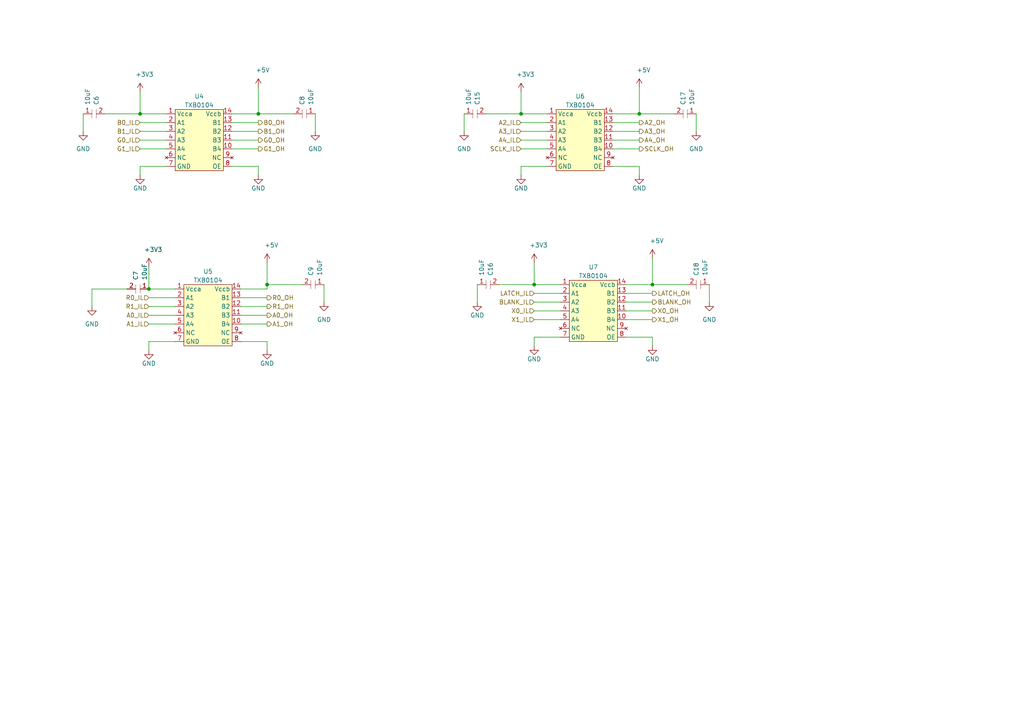
<source format=kicad_sch>
(kicad_sch (version 20210126) (generator eeschema)
  (paper "A4")
  (lib_symbols
    (symbol "Halfgelijders:TXB0104"
      (property "Reference" "U" (at 6.35 -11.43 90))
      (property "Value" "TXB0104" (at 8.89 -10.16 90))
      (symbol "TXB0104_0_1"
        (rectangle (start 0 1.27) (end 13.97 -16.51) (stroke (width 0.1524)) (fill (type background)))
      )
      (symbol "TXB0104_1_1"
        (pin power_in line (at -2.54 0 0) (length 2.54) (name "Vcca") (number "1"))
        (pin bidirectional line (at 16.51 -10.16 180) (length 2.54) (name "B4") (number "10"))
        (pin bidirectional line (at 16.51 -7.62 180) (length 2.54) (name "B3") (number "11"))
        (pin bidirectional line (at 16.51 -5.08 180) (length 2.54) (name "B2") (number "12"))
        (pin bidirectional line (at 16.51 -2.54 180) (length 2.54) (name "B1") (number "13"))
        (pin power_in line (at 16.51 0 180) (length 2.54) (name "Vccb") (number "14"))
        (pin bidirectional line (at -2.54 -2.54 0) (length 2.54) (name "A1") (number "2"))
        (pin bidirectional line (at -2.54 -5.08 0) (length 2.54) (name "A2") (number "3"))
        (pin bidirectional line (at -2.54 -7.62 0) (length 2.54) (name "A3") (number "4"))
        (pin bidirectional line (at -2.54 -10.16 0) (length 2.54) (name "A4") (number "5"))
        (pin no_connect line (at -2.54 -12.7 0) (length 2.54) (name "NC") (number "6"))
        (pin power_out line (at -2.54 -15.24 0) (length 2.54) (name "GND") (number "7"))
        (pin input line (at 16.51 -15.24 180) (length 2.54) (name "OE") (number "8"))
        (pin no_connect line (at 16.51 -12.7 180) (length 2.54) (name "NC") (number "9"))
      )
    )
    (symbol "power:+3.3V" (power) (pin_names (offset 0))
      (property "Value" "+3.3V" (at 0 3.556 0))
      (symbol "+3.3V_0_1"
        (polyline (pts (xy -0.762 1.27) (xy 0 2.54)))
        (polyline (pts (xy 0 0) (xy 0 2.54)))
        (polyline (pts (xy 0 2.54) (xy 0.762 1.27)))
      )
      (symbol "+3.3V_1_1"
        (pin power_in line (at 0 0 90) (length 0) hide (name "+3V3") (number "1"))
      )
    )
    (symbol "power:+5V" (power) (pin_names (offset 0))
      (property "Value" "+5V" (at 0 3.556 0))
      (symbol "+5V_0_1"
        (polyline (pts (xy -0.762 1.27) (xy 0 2.54)))
        (polyline (pts (xy 0 0) (xy 0 2.54)))
        (polyline (pts (xy 0 2.54) (xy 0.762 1.27)))
      )
      (symbol "+5V_1_1"
        (pin power_in line (at 0 0 90) (length 0) hide (name "+5V") (number "1"))
      )
    )
    (symbol "power:GND" (power) (pin_names (offset 0))
      (property "Value" "GND" (at 0 -3.81 0))
      (symbol "GND_0_1"
        (polyline (pts (xy 0 0) (xy 0 -1.27) (xy 1.27 -1.27) (xy 0 -2.54) (xy -1.27 -1.27) (xy 0 -1.27)))
      )
      (symbol "GND_1_1"
        (pin power_in line (at 0 0 270) (length 0) hide (name "GND") (number "1"))
      )
    )
    (symbol "vanalles:capacitor"
      (property "Reference" "c" (at 0 5.08 0))
      (property "Value" "capacitor" (at 0 3.81 0))
      (symbol "capacitor_0_1"
        (polyline (pts (xy 0 1.27) (xy 0 -1.27)) (stroke (width 0.0006)))
        (polyline (pts (xy 1.27 1.27) (xy 1.27 -1.27)) (stroke (width 0.0006)))
      )
      (symbol "capacitor_1_1"
        (pin input line (at -2.54 0 0) (length 2.54) (name "") (number "1"))
        (pin input line (at 3.81 0 180) (length 2.54) (name "") (number "2"))
      )
    )
  )
  (junction (at 40.64 33.02) (diameter 0.9144))
  (junction (at 43.18 83.82) (diameter 0.9144))
  (junction (at 74.93 33.02) (diameter 0.9144))
  (junction (at 77.47 82.55) (diameter 0.9144))
  (junction (at 151.13 33.02) (diameter 0.9144))
  (junction (at 154.94 82.55) (diameter 0.9144))
  (junction (at 185.42 33.02) (diameter 0.9144))
  (junction (at 189.23 82.55) (diameter 0.9144))
  (wire (pts (xy 24.13 33.02) (xy 24.13 38.1)))
  (wire (pts (xy 26.67 83.82) (xy 26.67 88.9)))
  (wire (pts (xy 30.48 33.02) (xy 40.64 33.02)))
  (wire (pts (xy 36.83 83.82) (xy 26.67 83.82)))
  (wire (pts (xy 40.64 26.67) (xy 40.64 33.02)))
  (wire (pts (xy 40.64 33.02) (xy 48.26 33.02)))
  (wire (pts (xy 40.64 35.56) (xy 48.26 35.56)))
  (wire (pts (xy 40.64 38.1) (xy 48.26 38.1)))
  (wire (pts (xy 40.64 40.64) (xy 48.26 40.64)))
  (wire (pts (xy 40.64 43.18) (xy 48.26 43.18)))
  (wire (pts (xy 40.64 48.26) (xy 40.64 50.8)))
  (wire (pts (xy 40.64 48.26) (xy 48.26 48.26)))
  (wire (pts (xy 43.18 77.47) (xy 43.18 83.82)))
  (wire (pts (xy 43.18 83.82) (xy 50.8 83.82)))
  (wire (pts (xy 43.18 86.36) (xy 50.8 86.36)))
  (wire (pts (xy 43.18 88.9) (xy 50.8 88.9)))
  (wire (pts (xy 43.18 91.44) (xy 50.8 91.44)))
  (wire (pts (xy 43.18 93.98) (xy 50.8 93.98)))
  (wire (pts (xy 43.18 99.06) (xy 43.18 101.6)))
  (wire (pts (xy 43.18 99.06) (xy 50.8 99.06)))
  (wire (pts (xy 67.31 33.02) (xy 74.93 33.02)))
  (wire (pts (xy 67.31 35.56) (xy 74.93 35.56)))
  (wire (pts (xy 67.31 38.1) (xy 74.93 38.1)))
  (wire (pts (xy 67.31 40.64) (xy 74.93 40.64)))
  (wire (pts (xy 67.31 43.18) (xy 74.93 43.18)))
  (wire (pts (xy 67.31 48.26) (xy 74.93 48.26)))
  (wire (pts (xy 69.85 83.82) (xy 77.47 83.82)))
  (wire (pts (xy 69.85 86.36) (xy 77.47 86.36)))
  (wire (pts (xy 69.85 88.9) (xy 77.47 88.9)))
  (wire (pts (xy 69.85 91.44) (xy 77.47 91.44)))
  (wire (pts (xy 69.85 93.98) (xy 77.47 93.98)))
  (wire (pts (xy 69.85 99.06) (xy 77.47 99.06)))
  (wire (pts (xy 74.93 25.4) (xy 74.93 33.02)))
  (wire (pts (xy 74.93 48.26) (xy 74.93 50.8)))
  (wire (pts (xy 77.47 76.2) (xy 77.47 82.55)))
  (wire (pts (xy 77.47 82.55) (xy 77.47 83.82)))
  (wire (pts (xy 77.47 99.06) (xy 77.47 101.6)))
  (wire (pts (xy 85.09 33.02) (xy 74.93 33.02)))
  (wire (pts (xy 87.63 82.55) (xy 77.47 82.55)))
  (wire (pts (xy 91.44 33.02) (xy 91.44 38.1)))
  (wire (pts (xy 93.98 82.55) (xy 93.98 87.63)))
  (wire (pts (xy 134.62 33.02) (xy 134.62 38.1)))
  (wire (pts (xy 138.43 82.55) (xy 138.43 87.63)))
  (wire (pts (xy 140.97 33.02) (xy 151.13 33.02)))
  (wire (pts (xy 144.78 82.55) (xy 154.94 82.55)))
  (wire (pts (xy 151.13 26.67) (xy 151.13 33.02)))
  (wire (pts (xy 151.13 33.02) (xy 158.75 33.02)))
  (wire (pts (xy 151.13 35.56) (xy 158.75 35.56)))
  (wire (pts (xy 151.13 38.1) (xy 158.75 38.1)))
  (wire (pts (xy 151.13 40.64) (xy 158.75 40.64)))
  (wire (pts (xy 151.13 43.18) (xy 158.75 43.18)))
  (wire (pts (xy 151.13 48.26) (xy 151.13 50.8)))
  (wire (pts (xy 151.13 48.26) (xy 158.75 48.26)))
  (wire (pts (xy 154.94 76.2) (xy 154.94 82.55)))
  (wire (pts (xy 154.94 82.55) (xy 162.56 82.55)))
  (wire (pts (xy 154.94 85.09) (xy 162.56 85.09)))
  (wire (pts (xy 154.94 87.63) (xy 162.56 87.63)))
  (wire (pts (xy 154.94 90.17) (xy 162.56 90.17)))
  (wire (pts (xy 154.94 92.71) (xy 162.56 92.71)))
  (wire (pts (xy 154.94 97.79) (xy 154.94 100.33)))
  (wire (pts (xy 154.94 97.79) (xy 162.56 97.79)))
  (wire (pts (xy 177.8 33.02) (xy 185.42 33.02)))
  (wire (pts (xy 177.8 35.56) (xy 185.42 35.56)))
  (wire (pts (xy 177.8 38.1) (xy 185.42 38.1)))
  (wire (pts (xy 177.8 40.64) (xy 185.42 40.64)))
  (wire (pts (xy 177.8 43.18) (xy 185.42 43.18)))
  (wire (pts (xy 177.8 48.26) (xy 185.42 48.26)))
  (wire (pts (xy 181.61 82.55) (xy 189.23 82.55)))
  (wire (pts (xy 181.61 85.09) (xy 189.23 85.09)))
  (wire (pts (xy 181.61 87.63) (xy 189.23 87.63)))
  (wire (pts (xy 181.61 90.17) (xy 189.23 90.17)))
  (wire (pts (xy 181.61 92.71) (xy 189.23 92.71)))
  (wire (pts (xy 181.61 97.79) (xy 189.23 97.79)))
  (wire (pts (xy 185.42 25.4) (xy 185.42 33.02)))
  (wire (pts (xy 185.42 48.26) (xy 185.42 50.8)))
  (wire (pts (xy 189.23 74.93) (xy 189.23 82.55)))
  (wire (pts (xy 189.23 97.79) (xy 189.23 100.33)))
  (wire (pts (xy 195.58 33.02) (xy 185.42 33.02)))
  (wire (pts (xy 199.39 82.55) (xy 189.23 82.55)))
  (wire (pts (xy 201.93 33.02) (xy 201.93 38.1)))
  (wire (pts (xy 205.74 82.55) (xy 205.74 87.63)))
  (hierarchical_label "B0_IL" (shape input) (at 40.64 35.56 180))
  (hierarchical_label "B1_IL" (shape input) (at 40.64 38.1 180))
  (hierarchical_label "G0_IL" (shape input) (at 40.64 40.64 180))
  (hierarchical_label "G1_IL" (shape input) (at 40.64 43.18 180))
  (hierarchical_label "R0_IL" (shape input) (at 43.18 86.36 180))
  (hierarchical_label "R1_IL" (shape input) (at 43.18 88.9 180))
  (hierarchical_label "A0_IL" (shape input) (at 43.18 91.44 180))
  (hierarchical_label "A1_IL" (shape input) (at 43.18 93.98 180))
  (hierarchical_label "B0_OH" (shape output) (at 74.93 35.56 0))
  (hierarchical_label "B1_OH" (shape output) (at 74.93 38.1 0))
  (hierarchical_label "G0_OH" (shape output) (at 74.93 40.64 0))
  (hierarchical_label "G1_OH" (shape output) (at 74.93 43.18 0))
  (hierarchical_label "R0_OH" (shape output) (at 77.47 86.36 0))
  (hierarchical_label "R1_OH" (shape output) (at 77.47 88.9 0))
  (hierarchical_label "A0_OH" (shape output) (at 77.47 91.44 0))
  (hierarchical_label "A1_OH" (shape output) (at 77.47 93.98 0))
  (hierarchical_label "A2_IL" (shape input) (at 151.13 35.56 180))
  (hierarchical_label "A3_IL" (shape input) (at 151.13 38.1 180))
  (hierarchical_label "A4_IL" (shape input) (at 151.13 40.64 180))
  (hierarchical_label "SCLK_IL" (shape input) (at 151.13 43.18 180))
  (hierarchical_label "LATCH_IL" (shape input) (at 154.94 85.09 180))
  (hierarchical_label "BLANK_IL" (shape input) (at 154.94 87.63 180))
  (hierarchical_label "X0_IL" (shape input) (at 154.94 90.17 180))
  (hierarchical_label "X1_IL" (shape input) (at 154.94 92.71 180))
  (hierarchical_label "A2_OH" (shape output) (at 185.42 35.56 0))
  (hierarchical_label "A3_OH" (shape output) (at 185.42 38.1 0))
  (hierarchical_label "A4_OH" (shape output) (at 185.42 40.64 0))
  (hierarchical_label "SCLK_OH" (shape output) (at 185.42 43.18 0))
  (hierarchical_label "LATCH_OH" (shape output) (at 189.23 85.09 0))
  (hierarchical_label "BLANK_OH" (shape output) (at 189.23 87.63 0))
  (hierarchical_label "X0_OH" (shape output) (at 189.23 90.17 0))
  (hierarchical_label "X1_OH" (shape output) (at 189.23 92.71 0))
  (symbol (lib_id "power:+3.3V") (at 40.64 26.67 0) (unit 1)
    (property "Reference" "#PWR0125" (effects hide))
    (property "Value" "+3.3V" (at 41.91 21.59 0))
  )
  (symbol (lib_id "power:+3.3V") (at 43.18 77.47 0) (unit 1)
    (property "Reference" "#PWR0124" (effects hide))
    (property "Value" "+3.3V" (at 44.45 72.39 0))
  )
  (symbol (lib_id "power:+5V") (at 74.93 25.4 0) (unit 1)
    (property "Reference" "#PWR0126" (effects hide))
    (property "Value" "+5V" (at 76.2 20.32 0))
  )
  (symbol (lib_id "power:+5V") (at 77.47 76.2 0) (unit 1)
    (property "Reference" "#PWR0123" (effects hide))
    (property "Value" "+5V" (at 78.74 71.12 0))
  )
  (symbol (lib_id "power:+3.3V") (at 151.13 26.67 0) (unit 1)
    (property "Reference" "#PWR0134" (effects hide))
    (property "Value" "+3.3V" (at 152.4 21.59 0))
  )
  (symbol (lib_id "power:+3.3V") (at 154.94 76.2 0) (unit 1)
    (property "Reference" "#PWR0153" (effects hide))
    (property "Value" "+3.3V" (at 156.21 71.12 0))
  )
  (symbol (lib_id "power:+5V") (at 185.42 25.4 0) (unit 1)
    (property "Reference" "#PWR0132" (effects hide))
    (property "Value" "+5V" (at 186.69 20.32 0))
  )
  (symbol (lib_id "power:+5V") (at 189.23 74.93 0) (unit 1)
    (property "Reference" "#PWR0154" (effects hide))
    (property "Value" "+5V" (at 190.5 69.85 0))
  )
  (symbol (lib_id "power:GND") (at 24.13 38.1 0) (mirror y) (unit 1)
    (property "Reference" "#PWR0108" (effects hide))
    (property "Value" "GND" (at 24.13 43.18 0))
  )
  (symbol (lib_id "power:GND") (at 26.67 88.9 0) (unit 1)
    (property "Reference" "#PWR0122" (effects hide))
    (property "Value" "GND" (at 26.67 93.98 0))
  )
  (symbol (lib_id "power:GND") (at 40.64 50.8 0) (unit 1)
    (property "Reference" "#PWR0128" (effects hide))
    (property "Value" "GND" (at 40.64 54.61 0))
  )
  (symbol (lib_id "power:GND") (at 43.18 101.6 0) (unit 1)
    (property "Reference" "#PWR0130" (effects hide))
    (property "Value" "GND" (at 43.18 105.41 0))
  )
  (symbol (lib_id "power:GND") (at 74.93 50.8 0) (unit 1)
    (property "Reference" "#PWR0127" (effects hide))
    (property "Value" "GND" (at 74.93 54.61 0))
  )
  (symbol (lib_id "power:GND") (at 77.47 101.6 0) (unit 1)
    (property "Reference" "#PWR0129" (effects hide))
    (property "Value" "GND" (at 77.47 105.41 0))
  )
  (symbol (lib_id "power:GND") (at 91.44 38.1 0) (unit 1)
    (property "Reference" "#PWR0117" (effects hide))
    (property "Value" "GND" (at 91.44 43.18 0))
  )
  (symbol (lib_id "power:GND") (at 93.98 87.63 0) (unit 1)
    (property "Reference" "#PWR0119" (effects hide))
    (property "Value" "GND" (at 93.98 92.71 0))
  )
  (symbol (lib_id "power:GND") (at 134.62 38.1 0) (mirror y) (unit 1)
    (property "Reference" "#PWR0120" (effects hide))
    (property "Value" "GND" (at 134.62 43.18 0))
  )
  (symbol (lib_id "power:GND") (at 138.43 87.63 0) (unit 1)
    (property "Reference" "#PWR0118" (effects hide))
    (property "Value" "GND" (at 138.43 91.44 0))
  )
  (symbol (lib_id "power:GND") (at 151.13 50.8 0) (unit 1)
    (property "Reference" "#PWR0135" (effects hide))
    (property "Value" "GND" (at 151.13 54.61 0))
  )
  (symbol (lib_id "power:GND") (at 154.94 100.33 0) (unit 1)
    (property "Reference" "#PWR0155" (effects hide))
    (property "Value" "GND" (at 154.94 104.14 0))
  )
  (symbol (lib_id "power:GND") (at 185.42 50.8 0) (unit 1)
    (property "Reference" "#PWR0133" (effects hide))
    (property "Value" "GND" (at 185.42 54.61 0))
  )
  (symbol (lib_id "power:GND") (at 189.23 100.33 0) (unit 1)
    (property "Reference" "#PWR0156" (effects hide))
    (property "Value" "GND" (at 189.23 104.14 0))
  )
  (symbol (lib_id "power:GND") (at 201.93 38.1 0) (unit 1)
    (property "Reference" "#PWR0131" (effects hide))
    (property "Value" "GND" (at 201.93 43.18 0))
  )
  (symbol (lib_id "power:GND") (at 205.74 87.63 0) (unit 1)
    (property "Reference" "#PWR0121" (effects hide))
    (property "Value" "GND" (at 205.74 92.71 0))
  )
  (symbol (lib_id "vanalles:capacitor") (at 26.67 33.02 0) (mirror x) (unit 1)
    (property "Reference" "C6" (at 27.9401 30.48 90) (effects (justify right)))
    (property "Value" "10uF" (at 25.4001 30.48 90) (effects (justify right)))
    (property "Footprint" "vanalles:0603" (effects hide))
  )
  (symbol (lib_id "vanalles:capacitor") (at 40.64 83.82 180) (unit 1)
    (property "Reference" "C7" (at 39.3699 81.28 90) (effects (justify right)))
    (property "Value" "10uF" (at 41.9099 81.28 90) (effects (justify right)))
    (property "Footprint" "vanalles:0603" (effects hide))
  )
  (symbol (lib_id "vanalles:capacitor") (at 88.9 33.02 180) (unit 1)
    (property "Reference" "C8" (at 87.6299 30.48 90) (effects (justify right)))
    (property "Value" "10uF" (at 90.1699 30.48 90) (effects (justify right)))
    (property "Footprint" "vanalles:0603" (effects hide))
  )
  (symbol (lib_id "vanalles:capacitor") (at 91.44 82.55 180) (unit 1)
    (property "Reference" "C9" (at 90.1699 80.01 90) (effects (justify right)))
    (property "Value" "10uF" (at 92.7099 80.01 90) (effects (justify right)))
    (property "Footprint" "vanalles:0603" (effects hide))
  )
  (symbol (lib_id "vanalles:capacitor") (at 137.16 33.02 0) (mirror x) (unit 1)
    (property "Reference" "C15" (at 138.4301 30.48 90) (effects (justify right)))
    (property "Value" "10uF" (at 135.8901 30.48 90) (effects (justify right)))
    (property "Footprint" "vanalles:0603" (effects hide))
  )
  (symbol (lib_id "vanalles:capacitor") (at 140.97 82.55 0) (mirror x) (unit 1)
    (property "Reference" "C16" (at 142.2401 80.01 90) (effects (justify right)))
    (property "Value" "10uF" (at 139.7001 80.01 90) (effects (justify right)))
    (property "Footprint" "vanalles:0603" (effects hide))
  )
  (symbol (lib_id "vanalles:capacitor") (at 199.39 33.02 180) (unit 1)
    (property "Reference" "C17" (at 198.1199 30.48 90) (effects (justify right)))
    (property "Value" "10uF" (at 200.6599 30.48 90) (effects (justify right)))
    (property "Footprint" "vanalles:0603" (effects hide))
  )
  (symbol (lib_id "vanalles:capacitor") (at 203.2 82.55 180) (unit 1)
    (property "Reference" "C18" (at 201.9299 80.01 90) (effects (justify right)))
    (property "Value" "10uF" (at 204.4699 80.01 90) (effects (justify right)))
    (property "Footprint" "vanalles:0603" (effects hide))
  )
  (symbol (lib_id "Halfgelijders:TXB0104") (at 50.8 33.02 0) (unit 1)
    (property "Reference" "U4" (at 57.785 27.94 0))
    (property "Value" "TXB0104" (at 57.785 30.48 0))
    (property "Footprint" "halfgeleiders:Texas_TXB0104PWR" (effects hide))
  )
  (symbol (lib_id "Halfgelijders:TXB0104") (at 53.34 83.82 0) (unit 1)
    (property "Reference" "U5" (at 60.325 78.74 0))
    (property "Value" "TXB0104" (at 60.325 81.28 0))
    (property "Footprint" "halfgeleiders:Texas_TXB0104PWR" (effects hide))
  )
  (symbol (lib_id "Halfgelijders:TXB0104") (at 161.29 33.02 0) (unit 1)
    (property "Reference" "U6" (at 168.275 27.94 0))
    (property "Value" "TXB0104" (at 168.275 30.48 0))
    (property "Footprint" "halfgeleiders:Texas_TXB0104PWR" (effects hide))
  )
  (symbol (lib_id "Halfgelijders:TXB0104") (at 165.1 82.55 0) (unit 1)
    (property "Reference" "U7" (at 172.085 77.47 0))
    (property "Value" "TXB0104" (at 172.085 80.01 0))
    (property "Footprint" "halfgeleiders:Texas_TXB0104PWR" (effects hide))
  )
)
</source>
